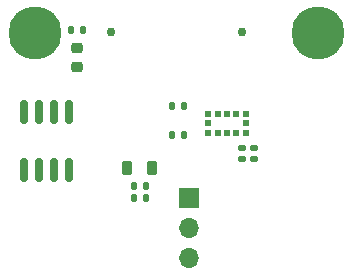
<source format=gbr>
%TF.GenerationSoftware,KiCad,Pcbnew,(6.0.0-0)*%
%TF.CreationDate,2022-03-26T01:05:03-04:00*%
%TF.ProjectId,human_activity,68756d61-6e5f-4616-9374-69766974792e,rev?*%
%TF.SameCoordinates,Original*%
%TF.FileFunction,Soldermask,Top*%
%TF.FilePolarity,Negative*%
%FSLAX46Y46*%
G04 Gerber Fmt 4.6, Leading zero omitted, Abs format (unit mm)*
G04 Created by KiCad (PCBNEW (6.0.0-0)) date 2022-03-26 01:05:03*
%MOMM*%
%LPD*%
G01*
G04 APERTURE LIST*
G04 Aperture macros list*
%AMRoundRect*
0 Rectangle with rounded corners*
0 $1 Rounding radius*
0 $2 $3 $4 $5 $6 $7 $8 $9 X,Y pos of 4 corners*
0 Add a 4 corners polygon primitive as box body*
4,1,4,$2,$3,$4,$5,$6,$7,$8,$9,$2,$3,0*
0 Add four circle primitives for the rounded corners*
1,1,$1+$1,$2,$3*
1,1,$1+$1,$4,$5*
1,1,$1+$1,$6,$7*
1,1,$1+$1,$8,$9*
0 Add four rect primitives between the rounded corners*
20,1,$1+$1,$2,$3,$4,$5,0*
20,1,$1+$1,$4,$5,$6,$7,0*
20,1,$1+$1,$6,$7,$8,$9,0*
20,1,$1+$1,$8,$9,$2,$3,0*%
G04 Aperture macros list end*
%ADD10C,4.500000*%
%ADD11RoundRect,0.135000X0.135000X0.185000X-0.135000X0.185000X-0.135000X-0.185000X0.135000X-0.185000X0*%
%ADD12RoundRect,0.218750X-0.218750X-0.381250X0.218750X-0.381250X0.218750X0.381250X-0.218750X0.381250X0*%
%ADD13RoundRect,0.140000X0.140000X0.170000X-0.140000X0.170000X-0.140000X-0.170000X0.140000X-0.170000X0*%
%ADD14RoundRect,0.135000X-0.135000X-0.185000X0.135000X-0.185000X0.135000X0.185000X-0.135000X0.185000X0*%
%ADD15RoundRect,0.150000X0.150000X-0.825000X0.150000X0.825000X-0.150000X0.825000X-0.150000X-0.825000X0*%
%ADD16R,1.700000X1.700000*%
%ADD17O,1.700000X1.700000*%
%ADD18RoundRect,0.140000X-0.170000X0.140000X-0.170000X-0.140000X0.170000X-0.140000X0.170000X0.140000X0*%
%ADD19R,0.500000X0.500000*%
%ADD20RoundRect,0.218750X-0.256250X0.218750X-0.256250X-0.218750X0.256250X-0.218750X0.256250X0.218750X0*%
%ADD21C,0.760000*%
G04 APERTURE END LIST*
D10*
%TO.C,H1*%
X95000000Y-64000000D03*
%TD*%
%TO.C,H2*%
X119000000Y-64000000D03*
%TD*%
D11*
%TO.C,R3*%
X99062000Y-63754000D03*
X98042000Y-63754000D03*
%TD*%
D12*
%TO.C,FB1*%
X102823500Y-75438000D03*
X104948500Y-75438000D03*
%TD*%
D13*
%TO.C,C1*%
X104366000Y-76962000D03*
X103406000Y-76962000D03*
%TD*%
D14*
%TO.C,R1*%
X106590000Y-72600000D03*
X107610000Y-72600000D03*
%TD*%
D13*
%TO.C,C3*%
X104366000Y-77978000D03*
X103406000Y-77978000D03*
%TD*%
D15*
%TO.C,U3*%
X94107000Y-75627000D03*
X95377000Y-75627000D03*
X96647000Y-75627000D03*
X97917000Y-75627000D03*
X97917000Y-70677000D03*
X96647000Y-70677000D03*
X95377000Y-70677000D03*
X94107000Y-70677000D03*
%TD*%
D16*
%TO.C,J1*%
X108077000Y-77993000D03*
D17*
X108077000Y-80533000D03*
X108077000Y-83073000D03*
%TD*%
D18*
%TO.C,C2*%
X112522000Y-73688000D03*
X112522000Y-74648000D03*
%TD*%
D19*
%TO.C,U1*%
X112852000Y-72428000D03*
X112052000Y-72418000D03*
X111252000Y-72428000D03*
X110452000Y-72428000D03*
X109652000Y-72428000D03*
X109652000Y-71628000D03*
X109652000Y-70828000D03*
X110452000Y-70828000D03*
X111252000Y-70828000D03*
X112052000Y-70828000D03*
X112852000Y-70828000D03*
X112852000Y-71628000D03*
%TD*%
D14*
%TO.C,R2*%
X106590000Y-70200000D03*
X107610000Y-70200000D03*
%TD*%
D20*
%TO.C,D1*%
X98552000Y-66827500D03*
X98552000Y-65252500D03*
%TD*%
D18*
%TO.C,C4*%
X113538000Y-73688000D03*
X113538000Y-74648000D03*
%TD*%
D21*
%TO.C,J2*%
X101475500Y-63900000D03*
X112524500Y-63900000D03*
%TD*%
M02*

</source>
